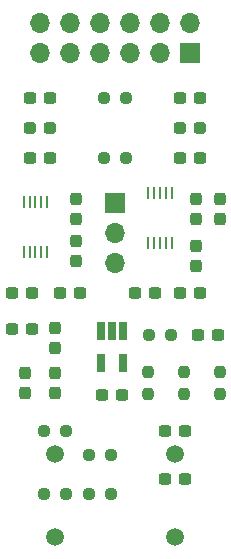
<source format=gbs>
G04 #@! TF.GenerationSoftware,KiCad,Pcbnew,7.0.9-7.0.9~ubuntu20.04.1*
G04 #@! TF.CreationDate,2023-11-16T21:07:46+01:00*
G04 #@! TF.ProjectId,kicad-pmod_i2s2,6b696361-642d-4706-9d6f-645f69327332,1.0*
G04 #@! TF.SameCoordinates,Original*
G04 #@! TF.FileFunction,Soldermask,Bot*
G04 #@! TF.FilePolarity,Negative*
%FSLAX46Y46*%
G04 Gerber Fmt 4.6, Leading zero omitted, Abs format (unit mm)*
G04 Created by KiCad (PCBNEW 7.0.9-7.0.9~ubuntu20.04.1) date 2023-11-16 21:07:46*
%MOMM*%
%LPD*%
G01*
G04 APERTURE LIST*
G04 Aperture macros list*
%AMRoundRect*
0 Rectangle with rounded corners*
0 $1 Rounding radius*
0 $2 $3 $4 $5 $6 $7 $8 $9 X,Y pos of 4 corners*
0 Add a 4 corners polygon primitive as box body*
4,1,4,$2,$3,$4,$5,$6,$7,$8,$9,$2,$3,0*
0 Add four circle primitives for the rounded corners*
1,1,$1+$1,$2,$3*
1,1,$1+$1,$4,$5*
1,1,$1+$1,$6,$7*
1,1,$1+$1,$8,$9*
0 Add four rect primitives between the rounded corners*
20,1,$1+$1,$2,$3,$4,$5,0*
20,1,$1+$1,$4,$5,$6,$7,0*
20,1,$1+$1,$6,$7,$8,$9,0*
20,1,$1+$1,$8,$9,$2,$3,0*%
G04 Aperture macros list end*
%ADD10C,1.500000*%
%ADD11R,1.700000X1.700000*%
%ADD12O,1.700000X1.700000*%
%ADD13RoundRect,0.237500X-0.237500X0.300000X-0.237500X-0.300000X0.237500X-0.300000X0.237500X0.300000X0*%
%ADD14RoundRect,0.237500X-0.300000X-0.237500X0.300000X-0.237500X0.300000X0.237500X-0.300000X0.237500X0*%
%ADD15RoundRect,0.237500X-0.237500X0.250000X-0.237500X-0.250000X0.237500X-0.250000X0.237500X0.250000X0*%
%ADD16RoundRect,0.237500X0.237500X-0.300000X0.237500X0.300000X-0.237500X0.300000X-0.237500X-0.300000X0*%
%ADD17RoundRect,0.237500X0.250000X0.237500X-0.250000X0.237500X-0.250000X-0.237500X0.250000X-0.237500X0*%
%ADD18RoundRect,0.237500X-0.250000X-0.237500X0.250000X-0.237500X0.250000X0.237500X-0.250000X0.237500X0*%
%ADD19RoundRect,0.237500X0.300000X0.237500X-0.300000X0.237500X-0.300000X-0.237500X0.300000X-0.237500X0*%
%ADD20R,0.250000X1.100000*%
%ADD21R,0.650000X1.560000*%
%ADD22RoundRect,0.237500X0.287500X0.237500X-0.287500X0.237500X-0.287500X-0.237500X0.287500X-0.237500X0*%
G04 APERTURE END LIST*
D10*
X125730000Y-84135000D03*
X125730000Y-77135000D03*
D11*
X120650000Y-55880000D03*
D12*
X120650000Y-58420000D03*
X120650000Y-60960000D03*
D11*
X127000000Y-43180000D03*
D12*
X127000000Y-40640000D03*
X124460000Y-43180000D03*
X124460000Y-40640000D03*
X121920000Y-43180000D03*
X121920000Y-40640000D03*
X119380000Y-43180000D03*
X119380000Y-40640000D03*
X116840000Y-43180000D03*
X116840000Y-40640000D03*
X114300000Y-43180000D03*
X114300000Y-40640000D03*
D10*
X115570000Y-84135000D03*
X115570000Y-77135000D03*
D13*
X117348000Y-59081500D03*
X117348000Y-60806500D03*
D14*
X122327500Y-63485000D03*
X124052500Y-63485000D03*
D15*
X129540000Y-70207500D03*
X129540000Y-72032500D03*
D16*
X115570000Y-68157500D03*
X115570000Y-66432500D03*
D13*
X129540000Y-55525500D03*
X129540000Y-57250500D03*
X115570000Y-70242500D03*
X115570000Y-71967500D03*
D17*
X121562500Y-46990000D03*
X119737500Y-46990000D03*
X116482500Y-75184000D03*
X114657500Y-75184000D03*
D14*
X113437500Y-46975000D03*
X115162500Y-46975000D03*
X113437500Y-52055000D03*
X115162500Y-52055000D03*
D18*
X123547500Y-67056000D03*
X125372500Y-67056000D03*
D14*
X111913500Y-63500000D03*
X113638500Y-63500000D03*
D13*
X127508000Y-55525500D03*
X127508000Y-57250500D03*
D14*
X126137500Y-63485000D03*
X127862500Y-63485000D03*
D19*
X117702500Y-63500000D03*
X115977500Y-63500000D03*
D20*
X112910000Y-55762000D03*
X113410000Y-55762000D03*
X113910000Y-55762000D03*
X114410000Y-55762000D03*
X114910000Y-55762000D03*
X114910000Y-60062000D03*
X114410000Y-60062000D03*
X113910000Y-60062000D03*
X113410000Y-60062000D03*
X112910000Y-60062000D03*
D14*
X124867500Y-79248000D03*
X126592500Y-79248000D03*
D20*
X123460000Y-54985000D03*
X123960000Y-54985000D03*
X124460000Y-54985000D03*
X124960000Y-54985000D03*
X125460000Y-54985000D03*
X125460000Y-59285000D03*
X124960000Y-59285000D03*
X124460000Y-59285000D03*
X123960000Y-59285000D03*
X123460000Y-59285000D03*
D18*
X118467500Y-80518000D03*
X120292500Y-80518000D03*
D14*
X124867500Y-75184000D03*
X126592500Y-75184000D03*
X119533500Y-72136000D03*
X121258500Y-72136000D03*
D21*
X119446000Y-66722000D03*
X120396000Y-66722000D03*
X121346000Y-66722000D03*
X121346000Y-69422000D03*
X119446000Y-69422000D03*
D13*
X127508000Y-59489000D03*
X127508000Y-61214000D03*
D15*
X123444000Y-70192500D03*
X123444000Y-72017500D03*
D19*
X127862500Y-46975000D03*
X126137500Y-46975000D03*
D15*
X126492000Y-70192500D03*
X126492000Y-72017500D03*
D14*
X127661500Y-67056000D03*
X129386500Y-67056000D03*
D19*
X113638500Y-66548000D03*
X111913500Y-66548000D03*
D13*
X113030000Y-70242500D03*
X113030000Y-71967500D03*
D22*
X127875000Y-49515000D03*
X126125000Y-49515000D03*
D18*
X118467500Y-77216000D03*
X120292500Y-77216000D03*
D17*
X116482500Y-80518000D03*
X114657500Y-80518000D03*
D22*
X115175000Y-49515000D03*
X113425000Y-49515000D03*
D14*
X126137500Y-52055000D03*
X127862500Y-52055000D03*
D18*
X119737500Y-52055000D03*
X121562500Y-52055000D03*
D13*
X117348000Y-55525500D03*
X117348000Y-57250500D03*
M02*

</source>
